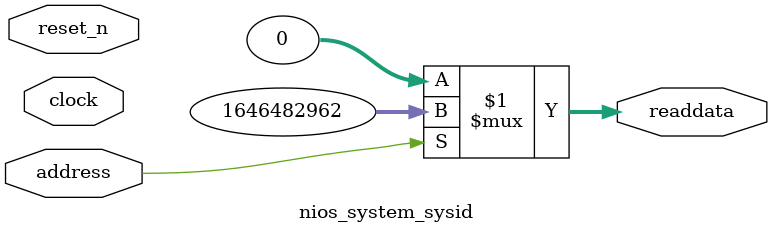
<source format=v>



// synthesis translate_off
`timescale 1ns / 1ps
// synthesis translate_on

// turn off superfluous verilog processor warnings 
// altera message_level Level1 
// altera message_off 10034 10035 10036 10037 10230 10240 10030 

module nios_system_sysid (
               // inputs:
                address,
                clock,
                reset_n,

               // outputs:
                readdata
             )
;

  output  [ 31: 0] readdata;
  input            address;
  input            clock;
  input            reset_n;

  wire    [ 31: 0] readdata;
  //control_slave, which is an e_avalon_slave
  assign readdata = address ? 1646482962 : 0;

endmodule



</source>
